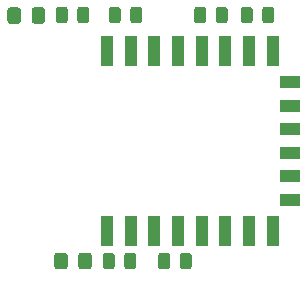
<source format=gbr>
G04 #@! TF.GenerationSoftware,KiCad,Pcbnew,6.0.5+dfsg-1~bpo11+1*
G04 #@! TF.ProjectId,esp8266_pzem16_ac,65737038-3236-4365-9f70-7a656d31365f,rev?*
G04 #@! TF.SameCoordinates,Original*
G04 #@! TF.FileFunction,Soldermask,Top*
G04 #@! TF.FilePolarity,Negative*
%FSLAX46Y46*%
G04 Gerber Fmt 4.6, Leading zero omitted, Abs format (unit mm)*
%MOMM*%
%LPD*%
G01*
G04 APERTURE LIST*
%ADD10R,1.000000X2.500000*%
%ADD11R,1.800000X1.000000*%
G04 APERTURE END LIST*
G36*
G01*
X80363000Y-33216000D02*
X80363000Y-32316000D01*
G75*
G02*
X80613000Y-32066000I250000J0D01*
G01*
X81138000Y-32066000D01*
G75*
G02*
X81388000Y-32316000I0J-250000D01*
G01*
X81388000Y-33216000D01*
G75*
G02*
X81138000Y-33466000I-250000J0D01*
G01*
X80613000Y-33466000D01*
G75*
G02*
X80363000Y-33216000I0J250000D01*
G01*
G37*
G36*
G01*
X82188000Y-33216000D02*
X82188000Y-32316000D01*
G75*
G02*
X82438000Y-32066000I250000J0D01*
G01*
X82963000Y-32066000D01*
G75*
G02*
X83213000Y-32316000I0J-250000D01*
G01*
X83213000Y-33216000D01*
G75*
G02*
X82963000Y-33466000I-250000J0D01*
G01*
X82438000Y-33466000D01*
G75*
G02*
X82188000Y-33216000I0J250000D01*
G01*
G37*
G36*
G01*
X76228000Y-53144000D02*
X76228000Y-54044000D01*
G75*
G02*
X75978000Y-54294000I-250000J0D01*
G01*
X75453000Y-54294000D01*
G75*
G02*
X75203000Y-54044000I0J250000D01*
G01*
X75203000Y-53144000D01*
G75*
G02*
X75453000Y-52894000I250000J0D01*
G01*
X75978000Y-52894000D01*
G75*
G02*
X76228000Y-53144000I0J-250000D01*
G01*
G37*
G36*
G01*
X74403000Y-53144000D02*
X74403000Y-54044000D01*
G75*
G02*
X74153000Y-54294000I-250000J0D01*
G01*
X73628000Y-54294000D01*
G75*
G02*
X73378000Y-54044000I0J250000D01*
G01*
X73378000Y-53144000D01*
G75*
G02*
X73628000Y-52894000I250000J0D01*
G01*
X74153000Y-52894000D01*
G75*
G02*
X74403000Y-53144000I0J-250000D01*
G01*
G37*
G36*
G01*
X76426000Y-33216000D02*
X76426000Y-32316000D01*
G75*
G02*
X76676000Y-32066000I250000J0D01*
G01*
X77201000Y-32066000D01*
G75*
G02*
X77451000Y-32316000I0J-250000D01*
G01*
X77451000Y-33216000D01*
G75*
G02*
X77201000Y-33466000I-250000J0D01*
G01*
X76676000Y-33466000D01*
G75*
G02*
X76426000Y-33216000I0J250000D01*
G01*
G37*
G36*
G01*
X78251000Y-33216000D02*
X78251000Y-32316000D01*
G75*
G02*
X78501000Y-32066000I250000J0D01*
G01*
X79026000Y-32066000D01*
G75*
G02*
X79276000Y-32316000I0J-250000D01*
G01*
X79276000Y-33216000D01*
G75*
G02*
X79026000Y-33466000I-250000J0D01*
G01*
X78501000Y-33466000D01*
G75*
G02*
X78251000Y-33216000I0J250000D01*
G01*
G37*
G36*
G01*
X67568500Y-32316000D02*
X67568500Y-33216000D01*
G75*
G02*
X67318500Y-33466000I-250000J0D01*
G01*
X66793500Y-33466000D01*
G75*
G02*
X66543500Y-33216000I0J250000D01*
G01*
X66543500Y-32316000D01*
G75*
G02*
X66793500Y-32066000I250000J0D01*
G01*
X67318500Y-32066000D01*
G75*
G02*
X67568500Y-32316000I0J-250000D01*
G01*
G37*
G36*
G01*
X65743500Y-32316000D02*
X65743500Y-33216000D01*
G75*
G02*
X65493500Y-33466000I-250000J0D01*
G01*
X64968500Y-33466000D01*
G75*
G02*
X64718500Y-33216000I0J250000D01*
G01*
X64718500Y-32316000D01*
G75*
G02*
X64968500Y-32066000I250000J0D01*
G01*
X65493500Y-32066000D01*
G75*
G02*
X65743500Y-32316000I0J-250000D01*
G01*
G37*
G36*
G01*
X63821000Y-32361000D02*
X63821000Y-33261000D01*
G75*
G02*
X63571000Y-33511000I-250000J0D01*
G01*
X62921000Y-33511000D01*
G75*
G02*
X62671000Y-33261000I0J250000D01*
G01*
X62671000Y-32361000D01*
G75*
G02*
X62921000Y-32111000I250000J0D01*
G01*
X63571000Y-32111000D01*
G75*
G02*
X63821000Y-32361000I0J-250000D01*
G01*
G37*
G36*
G01*
X61771000Y-32361000D02*
X61771000Y-33261000D01*
G75*
G02*
X61521000Y-33511000I-250000J0D01*
G01*
X60871000Y-33511000D01*
G75*
G02*
X60621000Y-33261000I0J250000D01*
G01*
X60621000Y-32361000D01*
G75*
G02*
X60871000Y-32111000I250000J0D01*
G01*
X61521000Y-32111000D01*
G75*
G02*
X61771000Y-32361000I0J-250000D01*
G01*
G37*
G36*
G01*
X69187000Y-33216000D02*
X69187000Y-32316000D01*
G75*
G02*
X69437000Y-32066000I250000J0D01*
G01*
X69962000Y-32066000D01*
G75*
G02*
X70212000Y-32316000I0J-250000D01*
G01*
X70212000Y-33216000D01*
G75*
G02*
X69962000Y-33466000I-250000J0D01*
G01*
X69437000Y-33466000D01*
G75*
G02*
X69187000Y-33216000I0J250000D01*
G01*
G37*
G36*
G01*
X71012000Y-33216000D02*
X71012000Y-32316000D01*
G75*
G02*
X71262000Y-32066000I250000J0D01*
G01*
X71787000Y-32066000D01*
G75*
G02*
X72037000Y-32316000I0J-250000D01*
G01*
X72037000Y-33216000D01*
G75*
G02*
X71787000Y-33466000I-250000J0D01*
G01*
X71262000Y-33466000D01*
G75*
G02*
X71012000Y-33216000I0J250000D01*
G01*
G37*
D10*
X69075000Y-51034000D03*
X71075000Y-51034000D03*
X73075000Y-51034000D03*
X75075000Y-51034000D03*
X77075000Y-51034000D03*
X79075000Y-51034000D03*
X81075000Y-51034000D03*
X83075000Y-51034000D03*
D11*
X84575000Y-48434000D03*
X84575000Y-46434000D03*
X84575000Y-44434000D03*
X84575000Y-42434000D03*
X84575000Y-40434000D03*
X84575000Y-38434000D03*
D10*
X83075000Y-35834000D03*
X81075000Y-35834000D03*
X79075000Y-35834000D03*
X77075000Y-35834000D03*
X75075000Y-35834000D03*
X73075000Y-35834000D03*
X71075000Y-35834000D03*
X69075000Y-35834000D03*
G36*
G01*
X64576000Y-54044000D02*
X64576000Y-53144000D01*
G75*
G02*
X64826000Y-52894000I250000J0D01*
G01*
X65476000Y-52894000D01*
G75*
G02*
X65726000Y-53144000I0J-250000D01*
G01*
X65726000Y-54044000D01*
G75*
G02*
X65476000Y-54294000I-250000J0D01*
G01*
X64826000Y-54294000D01*
G75*
G02*
X64576000Y-54044000I0J250000D01*
G01*
G37*
G36*
G01*
X66626000Y-54044000D02*
X66626000Y-53144000D01*
G75*
G02*
X66876000Y-52894000I250000J0D01*
G01*
X67526000Y-52894000D01*
G75*
G02*
X67776000Y-53144000I0J-250000D01*
G01*
X67776000Y-54044000D01*
G75*
G02*
X67526000Y-54294000I-250000J0D01*
G01*
X66876000Y-54294000D01*
G75*
G02*
X66626000Y-54044000I0J250000D01*
G01*
G37*
G36*
G01*
X71529000Y-53144000D02*
X71529000Y-54044000D01*
G75*
G02*
X71279000Y-54294000I-250000J0D01*
G01*
X70754000Y-54294000D01*
G75*
G02*
X70504000Y-54044000I0J250000D01*
G01*
X70504000Y-53144000D01*
G75*
G02*
X70754000Y-52894000I250000J0D01*
G01*
X71279000Y-52894000D01*
G75*
G02*
X71529000Y-53144000I0J-250000D01*
G01*
G37*
G36*
G01*
X69704000Y-53144000D02*
X69704000Y-54044000D01*
G75*
G02*
X69454000Y-54294000I-250000J0D01*
G01*
X68929000Y-54294000D01*
G75*
G02*
X68679000Y-54044000I0J250000D01*
G01*
X68679000Y-53144000D01*
G75*
G02*
X68929000Y-52894000I250000J0D01*
G01*
X69454000Y-52894000D01*
G75*
G02*
X69704000Y-53144000I0J-250000D01*
G01*
G37*
M02*

</source>
